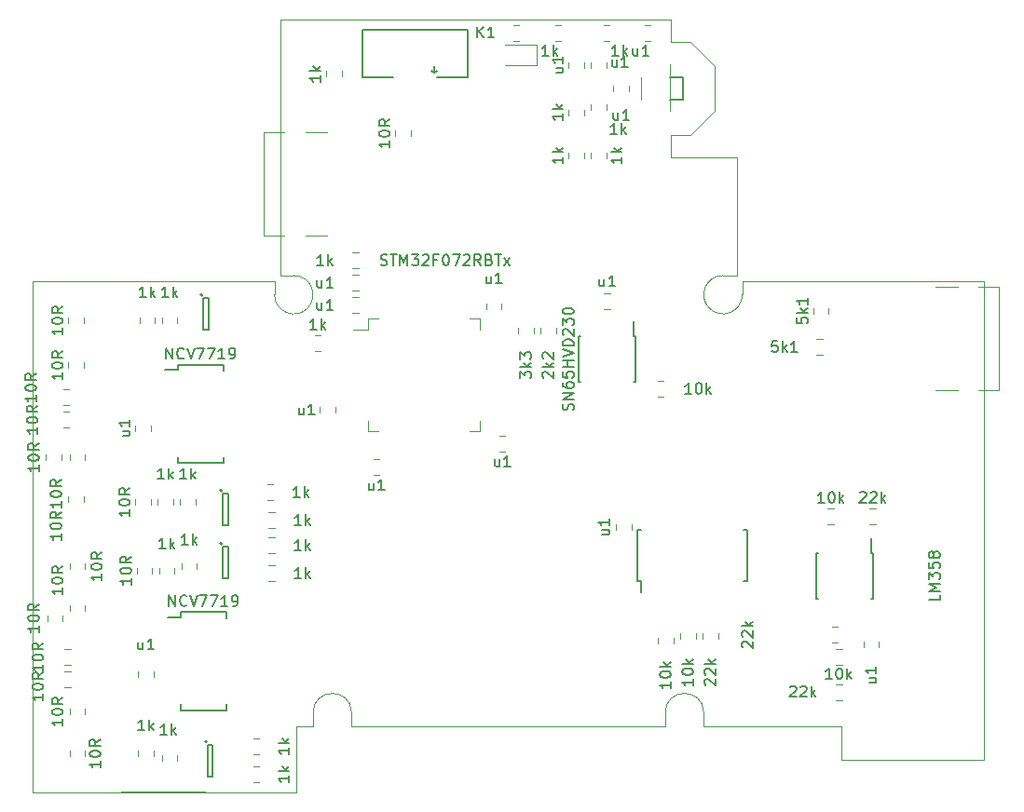
<source format=gbr>
%TF.GenerationSoftware,KiCad,Pcbnew,(5.1.2)-1*%
%TF.CreationDate,2019-11-09T14:12:44+01:00*%
%TF.ProjectId,sensactHsIO,73656e73-6163-4744-9873-494f2e6b6963,rev?*%
%TF.SameCoordinates,Original*%
%TF.FileFunction,Legend,Top*%
%TF.FilePolarity,Positive*%
%FSLAX46Y46*%
G04 Gerber Fmt 4.6, Leading zero omitted, Abs format (unit mm)*
G04 Created by KiCad (PCBNEW (5.1.2)-1) date 2019-11-09 14:12:44*
%MOMM*%
%LPD*%
G04 APERTURE LIST*
%ADD10C,0.050000*%
%ADD11C,0.120000*%
%ADD12C,0.150000*%
G04 APERTURE END LIST*
D10*
X114750000Y-44500000D02*
X114750000Y-46500000D01*
X116500000Y-44500000D02*
X114750000Y-44500000D01*
X118750000Y-42250000D02*
X116500000Y-44500000D01*
X118750000Y-38250000D02*
X118750000Y-42250000D01*
X116500000Y-36000000D02*
X118750000Y-38250000D01*
X114750000Y-36000000D02*
X116500000Y-36000000D01*
X114750000Y-34000000D02*
X114750000Y-36000000D01*
X79250000Y-34000000D02*
X79250000Y-57250000D01*
X80750000Y-104250000D02*
X80750000Y-98250000D01*
X56750000Y-57750000D02*
X56750000Y-104250000D01*
X78750000Y-57750000D02*
X56750000Y-57750000D01*
X114750000Y-34000000D02*
X79250000Y-34000000D01*
X143250000Y-101250000D02*
X143250000Y-57750000D01*
X130250000Y-98250000D02*
X130250000Y-101250000D01*
X143250000Y-57750000D02*
X121250000Y-57750000D01*
X130250000Y-101250000D02*
X143250000Y-101250000D01*
X114250000Y-98250000D02*
X85750000Y-98250000D01*
X80750000Y-104250000D02*
X56750000Y-104250000D01*
X120750000Y-57250000D02*
X120750000Y-46500000D01*
X120750000Y-57250000D02*
X119500000Y-57250000D01*
X120750000Y-46500000D02*
X114750000Y-46500000D01*
X121250000Y-59000000D02*
G75*
G02X119500000Y-57250000I-1750000J0D01*
G01*
X117750000Y-97000000D02*
X117750000Y-98250000D01*
X82250000Y-98250000D02*
X80750000Y-98250000D01*
X82250000Y-97000000D02*
X82250000Y-98250000D01*
X82250000Y-97000000D02*
G75*
G02X85750000Y-97000000I1750000J0D01*
G01*
X85750000Y-97000000D02*
X85750000Y-98250000D01*
X78750000Y-57750000D02*
X78750000Y-59000000D01*
X114250000Y-97000000D02*
G75*
G02X117750000Y-97000000I1750000J0D01*
G01*
X80500000Y-57250000D02*
X79250000Y-57250000D01*
X80500000Y-57250000D02*
G75*
G02X78750000Y-59000000I0J-1750000D01*
G01*
X117750000Y-98250000D02*
X130250000Y-98250000D01*
X121250000Y-59000000D02*
X121250000Y-57750000D01*
X114250000Y-97000000D02*
X114250000Y-98250000D01*
D11*
X64770000Y-104140000D02*
X72390000Y-104140000D01*
X96489000Y-71404000D02*
X97439000Y-71404000D01*
X97439000Y-71404000D02*
X97439000Y-70454000D01*
X88169000Y-71404000D02*
X87219000Y-71404000D01*
X87219000Y-71404000D02*
X87219000Y-70454000D01*
X96489000Y-61184000D02*
X97439000Y-61184000D01*
X97439000Y-61184000D02*
X97439000Y-62134000D01*
X88169000Y-61184000D02*
X87219000Y-61184000D01*
X87219000Y-61184000D02*
X87219000Y-62134000D01*
X87219000Y-62134000D02*
X85879000Y-62134000D01*
D12*
X112063000Y-85002000D02*
X112063000Y-86077000D01*
X121688000Y-85002000D02*
X121688000Y-80352000D01*
X111738000Y-85002000D02*
X111738000Y-80352000D01*
X121688000Y-85002000D02*
X121363000Y-85002000D01*
X121688000Y-80352000D02*
X121363000Y-80352000D01*
X111738000Y-80352000D02*
X112063000Y-80352000D01*
X111738000Y-85002000D02*
X112063000Y-85002000D01*
D11*
X111200000Y-80398252D02*
X111200000Y-79875748D01*
X109780000Y-80398252D02*
X109780000Y-79875748D01*
X117654000Y-89781748D02*
X117654000Y-90304252D01*
X119074000Y-89781748D02*
X119074000Y-90304252D01*
X115622000Y-89781748D02*
X115622000Y-90304252D01*
X117042000Y-89781748D02*
X117042000Y-90304252D01*
X113590000Y-90162748D02*
X113590000Y-90685252D01*
X115010000Y-90162748D02*
X115010000Y-90685252D01*
X129786748Y-95833000D02*
X130309252Y-95833000D01*
X129786748Y-94413000D02*
X130309252Y-94413000D01*
X100890000Y-61968748D02*
X100890000Y-62491252D01*
X102310000Y-61968748D02*
X102310000Y-62491252D01*
D12*
X69934000Y-65850000D02*
X68809000Y-65850000D01*
X69934000Y-74325000D02*
X74084000Y-74325000D01*
X69934000Y-65375000D02*
X74084000Y-65375000D01*
X69934000Y-74325000D02*
X69934000Y-73767500D01*
X74084000Y-74325000D02*
X74084000Y-73767500D01*
X74084000Y-65375000D02*
X74084000Y-65932500D01*
X69934000Y-65375000D02*
X69934000Y-65850000D01*
X93250000Y-38850000D02*
X93000000Y-38650000D01*
X93250000Y-38850000D02*
X93500000Y-38650000D01*
X93250000Y-38850000D02*
X93250000Y-38250000D01*
X96300000Y-39200000D02*
X96300000Y-34900000D01*
X93500000Y-39200000D02*
X96300000Y-39200000D01*
X86700000Y-39200000D02*
X89500000Y-39200000D01*
X86700000Y-34900000D02*
X86700000Y-39200000D01*
X96300000Y-34900000D02*
X86700000Y-34900000D01*
D11*
X84276000Y-69730252D02*
X84276000Y-69207748D01*
X82856000Y-69730252D02*
X82856000Y-69207748D01*
D12*
X74045000Y-77036000D02*
X74045000Y-79936000D01*
X74045000Y-79936000D02*
X74545000Y-79936000D01*
X74545000Y-79936000D02*
X74545000Y-77036000D01*
X74545000Y-77036000D02*
X74045000Y-77036000D01*
X73995000Y-76786000D02*
G75*
G03X73995000Y-76786000I-100000J0D01*
G01*
D11*
X78097748Y-77672000D02*
X78620252Y-77672000D01*
X78097748Y-76252000D02*
X78620252Y-76252000D01*
D12*
X132986000Y-82507000D02*
X132986000Y-81107000D01*
X127981000Y-82507000D02*
X127981000Y-86657000D01*
X133131000Y-82507000D02*
X133131000Y-86657000D01*
X127981000Y-82507000D02*
X128126000Y-82507000D01*
X127981000Y-86657000D02*
X128126000Y-86657000D01*
X133131000Y-86657000D02*
X132986000Y-86657000D01*
X133131000Y-82507000D02*
X132986000Y-82507000D01*
D11*
X133357252Y-78411000D02*
X132834748Y-78411000D01*
X133357252Y-79831000D02*
X132834748Y-79831000D01*
X129547252Y-78411000D02*
X129024748Y-78411000D01*
X129547252Y-79831000D02*
X129024748Y-79831000D01*
X129928252Y-89206000D02*
X129405748Y-89206000D01*
X129928252Y-90626000D02*
X129405748Y-90626000D01*
X130309252Y-91238000D02*
X129786748Y-91238000D01*
X130309252Y-92658000D02*
X129786748Y-92658000D01*
X132259000Y-90543748D02*
X132259000Y-91066252D01*
X133679000Y-90543748D02*
X133679000Y-91066252D01*
X85835748Y-56590000D02*
X86358252Y-56590000D01*
X85835748Y-55170000D02*
X86358252Y-55170000D01*
X66473000Y-61079748D02*
X66473000Y-61602252D01*
X67893000Y-61079748D02*
X67893000Y-61602252D01*
X71703000Y-83954252D02*
X71703000Y-83431748D01*
X70283000Y-83954252D02*
X70283000Y-83431748D01*
D12*
X72267000Y-59256000D02*
X72267000Y-62156000D01*
X72267000Y-62156000D02*
X72767000Y-62156000D01*
X72767000Y-62156000D02*
X72767000Y-59256000D01*
X72767000Y-59256000D02*
X72267000Y-59256000D01*
X72217000Y-59006000D02*
G75*
G03X72217000Y-59006000I-100000J0D01*
G01*
D11*
X60078252Y-69648000D02*
X59555748Y-69648000D01*
X60078252Y-71068000D02*
X59555748Y-71068000D01*
X60078252Y-67616000D02*
X59555748Y-67616000D01*
X60078252Y-69036000D02*
X59555748Y-69036000D01*
X82938252Y-62663000D02*
X82415748Y-62663000D01*
X82938252Y-64083000D02*
X82415748Y-64083000D01*
X69925000Y-61602252D02*
X69925000Y-61079748D01*
X68505000Y-61602252D02*
X68505000Y-61079748D01*
X59996000Y-61079748D02*
X59996000Y-61602252D01*
X61416000Y-61079748D02*
X61416000Y-61602252D01*
X59996000Y-65143748D02*
X59996000Y-65666252D01*
X61416000Y-65143748D02*
X61416000Y-65666252D01*
X60123000Y-73525748D02*
X60123000Y-74048252D01*
X61543000Y-73525748D02*
X61543000Y-74048252D01*
X57964000Y-73525748D02*
X57964000Y-74048252D01*
X59384000Y-73525748D02*
X59384000Y-74048252D01*
X78747252Y-78792000D02*
X78224748Y-78792000D01*
X78747252Y-80212000D02*
X78224748Y-80212000D01*
X71576000Y-78112252D02*
X71576000Y-77589748D01*
X70156000Y-78112252D02*
X70156000Y-77589748D01*
X68124000Y-77598748D02*
X68124000Y-78121252D01*
X69544000Y-77598748D02*
X69544000Y-78121252D01*
X61416000Y-77858252D02*
X61416000Y-77335748D01*
X59996000Y-77858252D02*
X59996000Y-77335748D01*
X67512000Y-78112252D02*
X67512000Y-77589748D01*
X66092000Y-78112252D02*
X66092000Y-77589748D01*
X68251000Y-83812748D02*
X68251000Y-84335252D01*
X69671000Y-83812748D02*
X69671000Y-84335252D01*
X61543000Y-97162252D02*
X61543000Y-96639748D01*
X60123000Y-97162252D02*
X60123000Y-96639748D01*
X59511000Y-88653252D02*
X59511000Y-88130748D01*
X58091000Y-88653252D02*
X58091000Y-88130748D01*
X66346000Y-100449748D02*
X66346000Y-100972252D01*
X67766000Y-100449748D02*
X67766000Y-100972252D01*
X69925000Y-101353252D02*
X69925000Y-100830748D01*
X68505000Y-101353252D02*
X68505000Y-100830748D01*
X66219000Y-83812748D02*
X66219000Y-84335252D01*
X67639000Y-83812748D02*
X67639000Y-84335252D01*
D12*
X74045000Y-81862000D02*
X74045000Y-84762000D01*
X74045000Y-84762000D02*
X74545000Y-84762000D01*
X74545000Y-84762000D02*
X74545000Y-81862000D01*
X74545000Y-81862000D02*
X74045000Y-81862000D01*
X73995000Y-81612000D02*
G75*
G03X73995000Y-81612000I-100000J0D01*
G01*
D11*
X61543000Y-87764252D02*
X61543000Y-87241748D01*
X60123000Y-87764252D02*
X60123000Y-87241748D01*
X78224748Y-82498000D02*
X78747252Y-82498000D01*
X78224748Y-81078000D02*
X78747252Y-81078000D01*
X78747252Y-83618000D02*
X78224748Y-83618000D01*
X78747252Y-85038000D02*
X78224748Y-85038000D01*
X60123000Y-83431748D02*
X60123000Y-83954252D01*
X61543000Y-83431748D02*
X61543000Y-83954252D01*
D12*
X72648000Y-99896000D02*
X72648000Y-102796000D01*
X72648000Y-102796000D02*
X73148000Y-102796000D01*
X73148000Y-102796000D02*
X73148000Y-99896000D01*
X73148000Y-99896000D02*
X72648000Y-99896000D01*
X72598000Y-99646000D02*
G75*
G03X72598000Y-99646000I-100000J0D01*
G01*
X70188000Y-88329000D02*
X69063000Y-88329000D01*
X70188000Y-96804000D02*
X74338000Y-96804000D01*
X70188000Y-87854000D02*
X74338000Y-87854000D01*
X70188000Y-96804000D02*
X70188000Y-96246500D01*
X74338000Y-96804000D02*
X74338000Y-96246500D01*
X74338000Y-87854000D02*
X74338000Y-88411500D01*
X70188000Y-87854000D02*
X70188000Y-88329000D01*
D11*
X60205252Y-93270000D02*
X59682748Y-93270000D01*
X60205252Y-94690000D02*
X59682748Y-94690000D01*
X60205252Y-91238000D02*
X59682748Y-91238000D01*
X60205252Y-92658000D02*
X59682748Y-92658000D01*
X76827748Y-100786000D02*
X77350252Y-100786000D01*
X76827748Y-99366000D02*
X77350252Y-99366000D01*
X77350252Y-101906000D02*
X76827748Y-101906000D01*
X77350252Y-103326000D02*
X76827748Y-103326000D01*
X61543000Y-100972252D02*
X61543000Y-100449748D01*
X60123000Y-100972252D02*
X60123000Y-100449748D01*
X66346000Y-93210748D02*
X66346000Y-93733252D01*
X67766000Y-93210748D02*
X67766000Y-93733252D01*
X66092000Y-70858748D02*
X66092000Y-71381252D01*
X67512000Y-70858748D02*
X67512000Y-71381252D01*
X99179748Y-73227000D02*
X99702252Y-73227000D01*
X99179748Y-71807000D02*
X99702252Y-71807000D01*
X89714000Y-44061748D02*
X89714000Y-44584252D01*
X91134000Y-44061748D02*
X91134000Y-44584252D01*
X99389000Y-60332252D02*
X99389000Y-59809748D01*
X97969000Y-60332252D02*
X97969000Y-59809748D01*
D12*
X115892000Y-41259000D02*
X114692000Y-41259000D01*
X115892000Y-39259000D02*
X115892000Y-41259000D01*
X114692000Y-39259000D02*
X115892000Y-39259000D01*
D11*
X112092000Y-41259000D02*
X112092000Y-39259000D01*
X114692000Y-38059000D02*
X114692000Y-42259000D01*
X86367252Y-59234000D02*
X85844748Y-59234000D01*
X86367252Y-60654000D02*
X85844748Y-60654000D01*
D12*
X111396000Y-62774000D02*
X111396000Y-61374000D01*
X106391000Y-62774000D02*
X106391000Y-66924000D01*
X111541000Y-62774000D02*
X111541000Y-66924000D01*
X106391000Y-62774000D02*
X106536000Y-62774000D01*
X106391000Y-66924000D02*
X106536000Y-66924000D01*
X111541000Y-66924000D02*
X111396000Y-66924000D01*
X111541000Y-62774000D02*
X111396000Y-62774000D01*
D11*
X113539748Y-68274000D02*
X114062252Y-68274000D01*
X113539748Y-66854000D02*
X114062252Y-66854000D01*
X108704748Y-60273000D02*
X109227252Y-60273000D01*
X108704748Y-58853000D02*
X109227252Y-58853000D01*
X77761000Y-44195000D02*
X77761000Y-53595000D01*
X83561000Y-53595000D02*
X81561000Y-53595000D01*
X79661000Y-53595000D02*
X77761000Y-53595000D01*
X83561000Y-44195000D02*
X81561000Y-44195000D01*
X79661000Y-44195000D02*
X77761000Y-44195000D01*
X108914000Y-46616252D02*
X108914000Y-46093748D01*
X107494000Y-46616252D02*
X107494000Y-46093748D01*
X109526000Y-40006748D02*
X109526000Y-40529252D01*
X110946000Y-40006748D02*
X110946000Y-40529252D01*
X107494000Y-37838748D02*
X107494000Y-38361252D01*
X108914000Y-37838748D02*
X108914000Y-38361252D01*
X86367252Y-57202000D02*
X85844748Y-57202000D01*
X86367252Y-58622000D02*
X85844748Y-58622000D01*
X102562000Y-36251000D02*
X99702000Y-36251000D01*
X102562000Y-38171000D02*
X102562000Y-36251000D01*
X99702000Y-38171000D02*
X102562000Y-38171000D01*
X105462000Y-42156748D02*
X105462000Y-42679252D01*
X106882000Y-42156748D02*
X106882000Y-42679252D01*
X108641248Y-35889000D02*
X109163752Y-35889000D01*
X108641248Y-34469000D02*
X109163752Y-34469000D01*
X83427500Y-38664248D02*
X83427500Y-39186752D01*
X84847500Y-38664248D02*
X84847500Y-39186752D01*
X102922000Y-61968748D02*
X102922000Y-62491252D01*
X104342000Y-61968748D02*
X104342000Y-62491252D01*
X106882000Y-46616252D02*
X106882000Y-46093748D01*
X105462000Y-46616252D02*
X105462000Y-46093748D01*
X104782252Y-34469000D02*
X104259748Y-34469000D01*
X104782252Y-35889000D02*
X104259748Y-35889000D01*
X108914000Y-42171252D02*
X108914000Y-41648748D01*
X107494000Y-42171252D02*
X107494000Y-41648748D01*
X127687000Y-60199748D02*
X127687000Y-60722252D01*
X129107000Y-60199748D02*
X129107000Y-60722252D01*
X128008748Y-64464000D02*
X128531252Y-64464000D01*
X128008748Y-63044000D02*
X128531252Y-63044000D01*
X100972252Y-34469000D02*
X100449748Y-34469000D01*
X100972252Y-35889000D02*
X100449748Y-35889000D01*
X144600000Y-67700000D02*
X144600000Y-58300000D01*
X138800000Y-58300000D02*
X140800000Y-58300000D01*
X142700000Y-58300000D02*
X144600000Y-58300000D01*
X138800000Y-67700000D02*
X140800000Y-67700000D01*
X142700000Y-67700000D02*
X144600000Y-67700000D01*
X106882000Y-38361252D02*
X106882000Y-37838748D01*
X105462000Y-38361252D02*
X105462000Y-37838748D01*
X112396748Y-35889000D02*
X112919252Y-35889000D01*
X112396748Y-34469000D02*
X112919252Y-34469000D01*
X88272252Y-73966000D02*
X87749748Y-73966000D01*
X88272252Y-75386000D02*
X87749748Y-75386000D01*
D12*
X88400666Y-56284761D02*
X88543523Y-56332380D01*
X88781619Y-56332380D01*
X88876857Y-56284761D01*
X88924476Y-56237142D01*
X88972095Y-56141904D01*
X88972095Y-56046666D01*
X88924476Y-55951428D01*
X88876857Y-55903809D01*
X88781619Y-55856190D01*
X88591142Y-55808571D01*
X88495904Y-55760952D01*
X88448285Y-55713333D01*
X88400666Y-55618095D01*
X88400666Y-55522857D01*
X88448285Y-55427619D01*
X88495904Y-55380000D01*
X88591142Y-55332380D01*
X88829238Y-55332380D01*
X88972095Y-55380000D01*
X89257809Y-55332380D02*
X89829238Y-55332380D01*
X89543523Y-56332380D02*
X89543523Y-55332380D01*
X90162571Y-56332380D02*
X90162571Y-55332380D01*
X90495904Y-56046666D01*
X90829238Y-55332380D01*
X90829238Y-56332380D01*
X91210190Y-55332380D02*
X91829238Y-55332380D01*
X91495904Y-55713333D01*
X91638761Y-55713333D01*
X91734000Y-55760952D01*
X91781619Y-55808571D01*
X91829238Y-55903809D01*
X91829238Y-56141904D01*
X91781619Y-56237142D01*
X91734000Y-56284761D01*
X91638761Y-56332380D01*
X91353047Y-56332380D01*
X91257809Y-56284761D01*
X91210190Y-56237142D01*
X92210190Y-55427619D02*
X92257809Y-55380000D01*
X92353047Y-55332380D01*
X92591142Y-55332380D01*
X92686380Y-55380000D01*
X92734000Y-55427619D01*
X92781619Y-55522857D01*
X92781619Y-55618095D01*
X92734000Y-55760952D01*
X92162571Y-56332380D01*
X92781619Y-56332380D01*
X93543523Y-55808571D02*
X93210190Y-55808571D01*
X93210190Y-56332380D02*
X93210190Y-55332380D01*
X93686380Y-55332380D01*
X94257809Y-55332380D02*
X94353047Y-55332380D01*
X94448285Y-55380000D01*
X94495904Y-55427619D01*
X94543523Y-55522857D01*
X94591142Y-55713333D01*
X94591142Y-55951428D01*
X94543523Y-56141904D01*
X94495904Y-56237142D01*
X94448285Y-56284761D01*
X94353047Y-56332380D01*
X94257809Y-56332380D01*
X94162571Y-56284761D01*
X94114952Y-56237142D01*
X94067333Y-56141904D01*
X94019714Y-55951428D01*
X94019714Y-55713333D01*
X94067333Y-55522857D01*
X94114952Y-55427619D01*
X94162571Y-55380000D01*
X94257809Y-55332380D01*
X94924476Y-55332380D02*
X95591142Y-55332380D01*
X95162571Y-56332380D01*
X95924476Y-55427619D02*
X95972095Y-55380000D01*
X96067333Y-55332380D01*
X96305428Y-55332380D01*
X96400666Y-55380000D01*
X96448285Y-55427619D01*
X96495904Y-55522857D01*
X96495904Y-55618095D01*
X96448285Y-55760952D01*
X95876857Y-56332380D01*
X96495904Y-56332380D01*
X97495904Y-56332380D02*
X97162571Y-55856190D01*
X96924476Y-56332380D02*
X96924476Y-55332380D01*
X97305428Y-55332380D01*
X97400666Y-55380000D01*
X97448285Y-55427619D01*
X97495904Y-55522857D01*
X97495904Y-55665714D01*
X97448285Y-55760952D01*
X97400666Y-55808571D01*
X97305428Y-55856190D01*
X96924476Y-55856190D01*
X98257809Y-55808571D02*
X98400666Y-55856190D01*
X98448285Y-55903809D01*
X98495904Y-55999047D01*
X98495904Y-56141904D01*
X98448285Y-56237142D01*
X98400666Y-56284761D01*
X98305428Y-56332380D01*
X97924476Y-56332380D01*
X97924476Y-55332380D01*
X98257809Y-55332380D01*
X98353047Y-55380000D01*
X98400666Y-55427619D01*
X98448285Y-55522857D01*
X98448285Y-55618095D01*
X98400666Y-55713333D01*
X98353047Y-55760952D01*
X98257809Y-55808571D01*
X97924476Y-55808571D01*
X98781619Y-55332380D02*
X99353047Y-55332380D01*
X99067333Y-56332380D02*
X99067333Y-55332380D01*
X99591142Y-56332380D02*
X100114952Y-55665714D01*
X99591142Y-55665714D02*
X100114952Y-56332380D01*
X108497714Y-80398904D02*
X109164380Y-80398904D01*
X108497714Y-80827476D02*
X109021523Y-80827476D01*
X109116761Y-80779857D01*
X109164380Y-80684619D01*
X109164380Y-80541761D01*
X109116761Y-80446523D01*
X109069142Y-80398904D01*
X109164380Y-79398904D02*
X109164380Y-79970333D01*
X109164380Y-79684619D02*
X108164380Y-79684619D01*
X108307238Y-79779857D01*
X108402476Y-79875095D01*
X108450095Y-79970333D01*
X117911619Y-94511666D02*
X117864000Y-94464047D01*
X117816380Y-94368809D01*
X117816380Y-94130714D01*
X117864000Y-94035476D01*
X117911619Y-93987857D01*
X118006857Y-93940238D01*
X118102095Y-93940238D01*
X118244952Y-93987857D01*
X118816380Y-94559285D01*
X118816380Y-93940238D01*
X117911619Y-93559285D02*
X117864000Y-93511666D01*
X117816380Y-93416428D01*
X117816380Y-93178333D01*
X117864000Y-93083095D01*
X117911619Y-93035476D01*
X118006857Y-92987857D01*
X118102095Y-92987857D01*
X118244952Y-93035476D01*
X118816380Y-93606904D01*
X118816380Y-92987857D01*
X118816380Y-92559285D02*
X117816380Y-92559285D01*
X118435428Y-92464047D02*
X118816380Y-92178333D01*
X118149714Y-92178333D02*
X118530666Y-92559285D01*
X116784380Y-93940238D02*
X116784380Y-94511666D01*
X116784380Y-94225952D02*
X115784380Y-94225952D01*
X115927238Y-94321190D01*
X116022476Y-94416428D01*
X116070095Y-94511666D01*
X115784380Y-93321190D02*
X115784380Y-93225952D01*
X115832000Y-93130714D01*
X115879619Y-93083095D01*
X115974857Y-93035476D01*
X116165333Y-92987857D01*
X116403428Y-92987857D01*
X116593904Y-93035476D01*
X116689142Y-93083095D01*
X116736761Y-93130714D01*
X116784380Y-93225952D01*
X116784380Y-93321190D01*
X116736761Y-93416428D01*
X116689142Y-93464047D01*
X116593904Y-93511666D01*
X116403428Y-93559285D01*
X116165333Y-93559285D01*
X115974857Y-93511666D01*
X115879619Y-93464047D01*
X115832000Y-93416428D01*
X115784380Y-93321190D01*
X116784380Y-92559285D02*
X115784380Y-92559285D01*
X116403428Y-92464047D02*
X116784380Y-92178333D01*
X116117714Y-92178333D02*
X116498666Y-92559285D01*
X114752380Y-94194238D02*
X114752380Y-94765666D01*
X114752380Y-94479952D02*
X113752380Y-94479952D01*
X113895238Y-94575190D01*
X113990476Y-94670428D01*
X114038095Y-94765666D01*
X113752380Y-93575190D02*
X113752380Y-93479952D01*
X113800000Y-93384714D01*
X113847619Y-93337095D01*
X113942857Y-93289476D01*
X114133333Y-93241857D01*
X114371428Y-93241857D01*
X114561904Y-93289476D01*
X114657142Y-93337095D01*
X114704761Y-93384714D01*
X114752380Y-93479952D01*
X114752380Y-93575190D01*
X114704761Y-93670428D01*
X114657142Y-93718047D01*
X114561904Y-93765666D01*
X114371428Y-93813285D01*
X114133333Y-93813285D01*
X113942857Y-93765666D01*
X113847619Y-93718047D01*
X113800000Y-93670428D01*
X113752380Y-93575190D01*
X114752380Y-92813285D02*
X113752380Y-92813285D01*
X114371428Y-92718047D02*
X114752380Y-92432333D01*
X114085714Y-92432333D02*
X114466666Y-92813285D01*
X125579333Y-94670619D02*
X125626952Y-94623000D01*
X125722190Y-94575380D01*
X125960285Y-94575380D01*
X126055523Y-94623000D01*
X126103142Y-94670619D01*
X126150761Y-94765857D01*
X126150761Y-94861095D01*
X126103142Y-95003952D01*
X125531714Y-95575380D01*
X126150761Y-95575380D01*
X126531714Y-94670619D02*
X126579333Y-94623000D01*
X126674571Y-94575380D01*
X126912666Y-94575380D01*
X127007904Y-94623000D01*
X127055523Y-94670619D01*
X127103142Y-94765857D01*
X127103142Y-94861095D01*
X127055523Y-95003952D01*
X126484095Y-95575380D01*
X127103142Y-95575380D01*
X127531714Y-95575380D02*
X127531714Y-94575380D01*
X127626952Y-95194428D02*
X127912666Y-95575380D01*
X127912666Y-94908714D02*
X127531714Y-95289666D01*
X101052380Y-66619285D02*
X101052380Y-66000238D01*
X101433333Y-66333571D01*
X101433333Y-66190714D01*
X101480952Y-66095476D01*
X101528571Y-66047857D01*
X101623809Y-66000238D01*
X101861904Y-66000238D01*
X101957142Y-66047857D01*
X102004761Y-66095476D01*
X102052380Y-66190714D01*
X102052380Y-66476428D01*
X102004761Y-66571666D01*
X101957142Y-66619285D01*
X102052380Y-65571666D02*
X101052380Y-65571666D01*
X101671428Y-65476428D02*
X102052380Y-65190714D01*
X101385714Y-65190714D02*
X101766666Y-65571666D01*
X101052380Y-64857380D02*
X101052380Y-64238333D01*
X101433333Y-64571666D01*
X101433333Y-64428809D01*
X101480952Y-64333571D01*
X101528571Y-64285952D01*
X101623809Y-64238333D01*
X101861904Y-64238333D01*
X101957142Y-64285952D01*
X102004761Y-64333571D01*
X102052380Y-64428809D01*
X102052380Y-64714523D01*
X102004761Y-64809761D01*
X101957142Y-64857380D01*
X68889952Y-64841380D02*
X68889952Y-63841380D01*
X69461380Y-64841380D01*
X69461380Y-63841380D01*
X70509000Y-64746142D02*
X70461380Y-64793761D01*
X70318523Y-64841380D01*
X70223285Y-64841380D01*
X70080428Y-64793761D01*
X69985190Y-64698523D01*
X69937571Y-64603285D01*
X69889952Y-64412809D01*
X69889952Y-64269952D01*
X69937571Y-64079476D01*
X69985190Y-63984238D01*
X70080428Y-63889000D01*
X70223285Y-63841380D01*
X70318523Y-63841380D01*
X70461380Y-63889000D01*
X70509000Y-63936619D01*
X70794714Y-63841380D02*
X71128047Y-64841380D01*
X71461380Y-63841380D01*
X71699476Y-63841380D02*
X72366142Y-63841380D01*
X71937571Y-64841380D01*
X72651857Y-63841380D02*
X73318523Y-63841380D01*
X72889952Y-64841380D01*
X74223285Y-64841380D02*
X73651857Y-64841380D01*
X73937571Y-64841380D02*
X73937571Y-63841380D01*
X73842333Y-63984238D01*
X73747095Y-64079476D01*
X73651857Y-64127095D01*
X74699476Y-64841380D02*
X74889952Y-64841380D01*
X74985190Y-64793761D01*
X75032809Y-64746142D01*
X75128047Y-64603285D01*
X75175666Y-64412809D01*
X75175666Y-64031857D01*
X75128047Y-63936619D01*
X75080428Y-63889000D01*
X74985190Y-63841380D01*
X74794714Y-63841380D01*
X74699476Y-63889000D01*
X74651857Y-63936619D01*
X74604238Y-64031857D01*
X74604238Y-64269952D01*
X74651857Y-64365190D01*
X74699476Y-64412809D01*
X74794714Y-64460428D01*
X74985190Y-64460428D01*
X75080428Y-64412809D01*
X75128047Y-64365190D01*
X75175666Y-64269952D01*
X81399095Y-69254714D02*
X81399095Y-69921380D01*
X80970523Y-69254714D02*
X80970523Y-69778523D01*
X81018142Y-69873761D01*
X81113380Y-69921380D01*
X81256238Y-69921380D01*
X81351476Y-69873761D01*
X81399095Y-69826142D01*
X82399095Y-69921380D02*
X81827666Y-69921380D01*
X82113380Y-69921380D02*
X82113380Y-68921380D01*
X82018142Y-69064238D01*
X81922904Y-69159476D01*
X81827666Y-69207095D01*
X81033952Y-77414380D02*
X80462523Y-77414380D01*
X80748238Y-77414380D02*
X80748238Y-76414380D01*
X80653000Y-76557238D01*
X80557761Y-76652476D01*
X80462523Y-76700095D01*
X81462523Y-77414380D02*
X81462523Y-76414380D01*
X81557761Y-77033428D02*
X81843476Y-77414380D01*
X81843476Y-76747714D02*
X81462523Y-77128666D01*
X139202380Y-86272476D02*
X139202380Y-86748666D01*
X138202380Y-86748666D01*
X139202380Y-85939142D02*
X138202380Y-85939142D01*
X138916666Y-85605809D01*
X138202380Y-85272476D01*
X139202380Y-85272476D01*
X138202380Y-84891523D02*
X138202380Y-84272476D01*
X138583333Y-84605809D01*
X138583333Y-84462952D01*
X138630952Y-84367714D01*
X138678571Y-84320095D01*
X138773809Y-84272476D01*
X139011904Y-84272476D01*
X139107142Y-84320095D01*
X139154761Y-84367714D01*
X139202380Y-84462952D01*
X139202380Y-84748666D01*
X139154761Y-84843904D01*
X139107142Y-84891523D01*
X138202380Y-83367714D02*
X138202380Y-83843904D01*
X138678571Y-83891523D01*
X138630952Y-83843904D01*
X138583333Y-83748666D01*
X138583333Y-83510571D01*
X138630952Y-83415333D01*
X138678571Y-83367714D01*
X138773809Y-83320095D01*
X139011904Y-83320095D01*
X139107142Y-83367714D01*
X139154761Y-83415333D01*
X139202380Y-83510571D01*
X139202380Y-83748666D01*
X139154761Y-83843904D01*
X139107142Y-83891523D01*
X138630952Y-82748666D02*
X138583333Y-82843904D01*
X138535714Y-82891523D01*
X138440476Y-82939142D01*
X138392857Y-82939142D01*
X138297619Y-82891523D01*
X138250000Y-82843904D01*
X138202380Y-82748666D01*
X138202380Y-82558190D01*
X138250000Y-82462952D01*
X138297619Y-82415333D01*
X138392857Y-82367714D01*
X138440476Y-82367714D01*
X138535714Y-82415333D01*
X138583333Y-82462952D01*
X138630952Y-82558190D01*
X138630952Y-82748666D01*
X138678571Y-82843904D01*
X138726190Y-82891523D01*
X138821428Y-82939142D01*
X139011904Y-82939142D01*
X139107142Y-82891523D01*
X139154761Y-82843904D01*
X139202380Y-82748666D01*
X139202380Y-82558190D01*
X139154761Y-82462952D01*
X139107142Y-82415333D01*
X139011904Y-82367714D01*
X138821428Y-82367714D01*
X138726190Y-82415333D01*
X138678571Y-82462952D01*
X138630952Y-82558190D01*
X131929333Y-77018619D02*
X131976952Y-76971000D01*
X132072190Y-76923380D01*
X132310285Y-76923380D01*
X132405523Y-76971000D01*
X132453142Y-77018619D01*
X132500761Y-77113857D01*
X132500761Y-77209095D01*
X132453142Y-77351952D01*
X131881714Y-77923380D01*
X132500761Y-77923380D01*
X132881714Y-77018619D02*
X132929333Y-76971000D01*
X133024571Y-76923380D01*
X133262666Y-76923380D01*
X133357904Y-76971000D01*
X133405523Y-77018619D01*
X133453142Y-77113857D01*
X133453142Y-77209095D01*
X133405523Y-77351952D01*
X132834095Y-77923380D01*
X133453142Y-77923380D01*
X133881714Y-77923380D02*
X133881714Y-76923380D01*
X133976952Y-77542428D02*
X134262666Y-77923380D01*
X134262666Y-77256714D02*
X133881714Y-77637666D01*
X128690761Y-77923380D02*
X128119333Y-77923380D01*
X128405047Y-77923380D02*
X128405047Y-76923380D01*
X128309809Y-77066238D01*
X128214571Y-77161476D01*
X128119333Y-77209095D01*
X129309809Y-76923380D02*
X129405047Y-76923380D01*
X129500285Y-76971000D01*
X129547904Y-77018619D01*
X129595523Y-77113857D01*
X129643142Y-77304333D01*
X129643142Y-77542428D01*
X129595523Y-77732904D01*
X129547904Y-77828142D01*
X129500285Y-77875761D01*
X129405047Y-77923380D01*
X129309809Y-77923380D01*
X129214571Y-77875761D01*
X129166952Y-77828142D01*
X129119333Y-77732904D01*
X129071714Y-77542428D01*
X129071714Y-77304333D01*
X129119333Y-77113857D01*
X129166952Y-77018619D01*
X129214571Y-76971000D01*
X129309809Y-76923380D01*
X130071714Y-77923380D02*
X130071714Y-76923380D01*
X130166952Y-77542428D02*
X130452666Y-77923380D01*
X130452666Y-77256714D02*
X130071714Y-77637666D01*
X121297619Y-91082666D02*
X121250000Y-91035047D01*
X121202380Y-90939809D01*
X121202380Y-90701714D01*
X121250000Y-90606476D01*
X121297619Y-90558857D01*
X121392857Y-90511238D01*
X121488095Y-90511238D01*
X121630952Y-90558857D01*
X122202380Y-91130285D01*
X122202380Y-90511238D01*
X121297619Y-90130285D02*
X121250000Y-90082666D01*
X121202380Y-89987428D01*
X121202380Y-89749333D01*
X121250000Y-89654095D01*
X121297619Y-89606476D01*
X121392857Y-89558857D01*
X121488095Y-89558857D01*
X121630952Y-89606476D01*
X122202380Y-90177904D01*
X122202380Y-89558857D01*
X122202380Y-89130285D02*
X121202380Y-89130285D01*
X121821428Y-89035047D02*
X122202380Y-88749333D01*
X121535714Y-88749333D02*
X121916666Y-89130285D01*
X129404761Y-93952380D02*
X128833333Y-93952380D01*
X129119047Y-93952380D02*
X129119047Y-92952380D01*
X129023809Y-93095238D01*
X128928571Y-93190476D01*
X128833333Y-93238095D01*
X130023809Y-92952380D02*
X130119047Y-92952380D01*
X130214285Y-93000000D01*
X130261904Y-93047619D01*
X130309523Y-93142857D01*
X130357142Y-93333333D01*
X130357142Y-93571428D01*
X130309523Y-93761904D01*
X130261904Y-93857142D01*
X130214285Y-93904761D01*
X130119047Y-93952380D01*
X130023809Y-93952380D01*
X129928571Y-93904761D01*
X129880952Y-93857142D01*
X129833333Y-93761904D01*
X129785714Y-93571428D01*
X129785714Y-93333333D01*
X129833333Y-93142857D01*
X129880952Y-93047619D01*
X129928571Y-93000000D01*
X130023809Y-92952380D01*
X130785714Y-93952380D02*
X130785714Y-92952380D01*
X130880952Y-93571428D02*
X131166666Y-93952380D01*
X131166666Y-93285714D02*
X130785714Y-93666666D01*
X132754714Y-93860904D02*
X133421380Y-93860904D01*
X132754714Y-94289476D02*
X133278523Y-94289476D01*
X133373761Y-94241857D01*
X133421380Y-94146619D01*
X133421380Y-94003761D01*
X133373761Y-93908523D01*
X133326142Y-93860904D01*
X133421380Y-92860904D02*
X133421380Y-93432333D01*
X133421380Y-93146619D02*
X132421380Y-93146619D01*
X132564238Y-93241857D01*
X132659476Y-93337095D01*
X132707095Y-93432333D01*
X83192952Y-56332380D02*
X82621523Y-56332380D01*
X82907238Y-56332380D02*
X82907238Y-55332380D01*
X82812000Y-55475238D01*
X82716761Y-55570476D01*
X82621523Y-55618095D01*
X83621523Y-56332380D02*
X83621523Y-55332380D01*
X83716761Y-55951428D02*
X84002476Y-56332380D01*
X84002476Y-55665714D02*
X83621523Y-56046666D01*
X67063952Y-59253380D02*
X66492523Y-59253380D01*
X66778238Y-59253380D02*
X66778238Y-58253380D01*
X66683000Y-58396238D01*
X66587761Y-58491476D01*
X66492523Y-58539095D01*
X67492523Y-59253380D02*
X67492523Y-58253380D01*
X67587761Y-58872428D02*
X67873476Y-59253380D01*
X67873476Y-58586714D02*
X67492523Y-58967666D01*
X70873952Y-81732380D02*
X70302523Y-81732380D01*
X70588238Y-81732380D02*
X70588238Y-80732380D01*
X70493000Y-80875238D01*
X70397761Y-80970476D01*
X70302523Y-81018095D01*
X71302523Y-81732380D02*
X71302523Y-80732380D01*
X71397761Y-81351428D02*
X71683476Y-81732380D01*
X71683476Y-81065714D02*
X71302523Y-81446666D01*
X57221380Y-71048476D02*
X57221380Y-71619904D01*
X57221380Y-71334190D02*
X56221380Y-71334190D01*
X56364238Y-71429428D01*
X56459476Y-71524666D01*
X56507095Y-71619904D01*
X56221380Y-70429428D02*
X56221380Y-70334190D01*
X56269000Y-70238952D01*
X56316619Y-70191333D01*
X56411857Y-70143714D01*
X56602333Y-70096095D01*
X56840428Y-70096095D01*
X57030904Y-70143714D01*
X57126142Y-70191333D01*
X57173761Y-70238952D01*
X57221380Y-70334190D01*
X57221380Y-70429428D01*
X57173761Y-70524666D01*
X57126142Y-70572285D01*
X57030904Y-70619904D01*
X56840428Y-70667523D01*
X56602333Y-70667523D01*
X56411857Y-70619904D01*
X56316619Y-70572285D01*
X56269000Y-70524666D01*
X56221380Y-70429428D01*
X57221380Y-69096095D02*
X56745190Y-69429428D01*
X57221380Y-69667523D02*
X56221380Y-69667523D01*
X56221380Y-69286571D01*
X56269000Y-69191333D01*
X56316619Y-69143714D01*
X56411857Y-69096095D01*
X56554714Y-69096095D01*
X56649952Y-69143714D01*
X56697571Y-69191333D01*
X56745190Y-69286571D01*
X56745190Y-69667523D01*
X57094380Y-68127476D02*
X57094380Y-68698904D01*
X57094380Y-68413190D02*
X56094380Y-68413190D01*
X56237238Y-68508428D01*
X56332476Y-68603666D01*
X56380095Y-68698904D01*
X56094380Y-67508428D02*
X56094380Y-67413190D01*
X56142000Y-67317952D01*
X56189619Y-67270333D01*
X56284857Y-67222714D01*
X56475333Y-67175095D01*
X56713428Y-67175095D01*
X56903904Y-67222714D01*
X56999142Y-67270333D01*
X57046761Y-67317952D01*
X57094380Y-67413190D01*
X57094380Y-67508428D01*
X57046761Y-67603666D01*
X56999142Y-67651285D01*
X56903904Y-67698904D01*
X56713428Y-67746523D01*
X56475333Y-67746523D01*
X56284857Y-67698904D01*
X56189619Y-67651285D01*
X56142000Y-67603666D01*
X56094380Y-67508428D01*
X57094380Y-66175095D02*
X56618190Y-66508428D01*
X57094380Y-66746523D02*
X56094380Y-66746523D01*
X56094380Y-66365571D01*
X56142000Y-66270333D01*
X56189619Y-66222714D01*
X56284857Y-66175095D01*
X56427714Y-66175095D01*
X56522952Y-66222714D01*
X56570571Y-66270333D01*
X56618190Y-66365571D01*
X56618190Y-66746523D01*
X82557952Y-62175380D02*
X81986523Y-62175380D01*
X82272238Y-62175380D02*
X82272238Y-61175380D01*
X82177000Y-61318238D01*
X82081761Y-61413476D01*
X81986523Y-61461095D01*
X82986523Y-62175380D02*
X82986523Y-61175380D01*
X83081761Y-61794428D02*
X83367476Y-62175380D01*
X83367476Y-61508714D02*
X82986523Y-61889666D01*
X69095952Y-59253380D02*
X68524523Y-59253380D01*
X68810238Y-59253380D02*
X68810238Y-58253380D01*
X68715000Y-58396238D01*
X68619761Y-58491476D01*
X68524523Y-58539095D01*
X69524523Y-59253380D02*
X69524523Y-58253380D01*
X69619761Y-58872428D02*
X69905476Y-59253380D01*
X69905476Y-58586714D02*
X69524523Y-58967666D01*
X59508380Y-62031476D02*
X59508380Y-62602904D01*
X59508380Y-62317190D02*
X58508380Y-62317190D01*
X58651238Y-62412428D01*
X58746476Y-62507666D01*
X58794095Y-62602904D01*
X58508380Y-61412428D02*
X58508380Y-61317190D01*
X58556000Y-61221952D01*
X58603619Y-61174333D01*
X58698857Y-61126714D01*
X58889333Y-61079095D01*
X59127428Y-61079095D01*
X59317904Y-61126714D01*
X59413142Y-61174333D01*
X59460761Y-61221952D01*
X59508380Y-61317190D01*
X59508380Y-61412428D01*
X59460761Y-61507666D01*
X59413142Y-61555285D01*
X59317904Y-61602904D01*
X59127428Y-61650523D01*
X58889333Y-61650523D01*
X58698857Y-61602904D01*
X58603619Y-61555285D01*
X58556000Y-61507666D01*
X58508380Y-61412428D01*
X59508380Y-60079095D02*
X59032190Y-60412428D01*
X59508380Y-60650523D02*
X58508380Y-60650523D01*
X58508380Y-60269571D01*
X58556000Y-60174333D01*
X58603619Y-60126714D01*
X58698857Y-60079095D01*
X58841714Y-60079095D01*
X58936952Y-60126714D01*
X58984571Y-60174333D01*
X59032190Y-60269571D01*
X59032190Y-60650523D01*
X59508380Y-66095476D02*
X59508380Y-66666904D01*
X59508380Y-66381190D02*
X58508380Y-66381190D01*
X58651238Y-66476428D01*
X58746476Y-66571666D01*
X58794095Y-66666904D01*
X58508380Y-65476428D02*
X58508380Y-65381190D01*
X58556000Y-65285952D01*
X58603619Y-65238333D01*
X58698857Y-65190714D01*
X58889333Y-65143095D01*
X59127428Y-65143095D01*
X59317904Y-65190714D01*
X59413142Y-65238333D01*
X59460761Y-65285952D01*
X59508380Y-65381190D01*
X59508380Y-65476428D01*
X59460761Y-65571666D01*
X59413142Y-65619285D01*
X59317904Y-65666904D01*
X59127428Y-65714523D01*
X58889333Y-65714523D01*
X58698857Y-65666904D01*
X58603619Y-65619285D01*
X58556000Y-65571666D01*
X58508380Y-65476428D01*
X59508380Y-64143095D02*
X59032190Y-64476428D01*
X59508380Y-64714523D02*
X58508380Y-64714523D01*
X58508380Y-64333571D01*
X58556000Y-64238333D01*
X58603619Y-64190714D01*
X58698857Y-64143095D01*
X58841714Y-64143095D01*
X58936952Y-64190714D01*
X58984571Y-64238333D01*
X59032190Y-64333571D01*
X59032190Y-64714523D01*
X59380380Y-77779476D02*
X59380380Y-78350904D01*
X59380380Y-78065190D02*
X58380380Y-78065190D01*
X58523238Y-78160428D01*
X58618476Y-78255666D01*
X58666095Y-78350904D01*
X58380380Y-77160428D02*
X58380380Y-77065190D01*
X58428000Y-76969952D01*
X58475619Y-76922333D01*
X58570857Y-76874714D01*
X58761333Y-76827095D01*
X58999428Y-76827095D01*
X59189904Y-76874714D01*
X59285142Y-76922333D01*
X59332761Y-76969952D01*
X59380380Y-77065190D01*
X59380380Y-77160428D01*
X59332761Y-77255666D01*
X59285142Y-77303285D01*
X59189904Y-77350904D01*
X58999428Y-77398523D01*
X58761333Y-77398523D01*
X58570857Y-77350904D01*
X58475619Y-77303285D01*
X58428000Y-77255666D01*
X58380380Y-77160428D01*
X59380380Y-75827095D02*
X58904190Y-76160428D01*
X59380380Y-76398523D02*
X58380380Y-76398523D01*
X58380380Y-76017571D01*
X58428000Y-75922333D01*
X58475619Y-75874714D01*
X58570857Y-75827095D01*
X58713714Y-75827095D01*
X58808952Y-75874714D01*
X58856571Y-75922333D01*
X58904190Y-76017571D01*
X58904190Y-76398523D01*
X57348380Y-74477476D02*
X57348380Y-75048904D01*
X57348380Y-74763190D02*
X56348380Y-74763190D01*
X56491238Y-74858428D01*
X56586476Y-74953666D01*
X56634095Y-75048904D01*
X56348380Y-73858428D02*
X56348380Y-73763190D01*
X56396000Y-73667952D01*
X56443619Y-73620333D01*
X56538857Y-73572714D01*
X56729333Y-73525095D01*
X56967428Y-73525095D01*
X57157904Y-73572714D01*
X57253142Y-73620333D01*
X57300761Y-73667952D01*
X57348380Y-73763190D01*
X57348380Y-73858428D01*
X57300761Y-73953666D01*
X57253142Y-74001285D01*
X57157904Y-74048904D01*
X56967428Y-74096523D01*
X56729333Y-74096523D01*
X56538857Y-74048904D01*
X56443619Y-74001285D01*
X56396000Y-73953666D01*
X56348380Y-73858428D01*
X57348380Y-72525095D02*
X56872190Y-72858428D01*
X57348380Y-73096523D02*
X56348380Y-73096523D01*
X56348380Y-72715571D01*
X56396000Y-72620333D01*
X56443619Y-72572714D01*
X56538857Y-72525095D01*
X56681714Y-72525095D01*
X56776952Y-72572714D01*
X56824571Y-72620333D01*
X56872190Y-72715571D01*
X56872190Y-73096523D01*
X81160952Y-79954380D02*
X80589523Y-79954380D01*
X80875238Y-79954380D02*
X80875238Y-78954380D01*
X80780000Y-79097238D01*
X80684761Y-79192476D01*
X80589523Y-79240095D01*
X81589523Y-79954380D02*
X81589523Y-78954380D01*
X81684761Y-79573428D02*
X81970476Y-79954380D01*
X81970476Y-79287714D02*
X81589523Y-79668666D01*
X70746952Y-75763380D02*
X70175523Y-75763380D01*
X70461238Y-75763380D02*
X70461238Y-74763380D01*
X70366000Y-74906238D01*
X70270761Y-75001476D01*
X70175523Y-75049095D01*
X71175523Y-75763380D02*
X71175523Y-74763380D01*
X71270761Y-75382428D02*
X71556476Y-75763380D01*
X71556476Y-75096714D02*
X71175523Y-75477666D01*
X68714952Y-75763380D02*
X68143523Y-75763380D01*
X68429238Y-75763380D02*
X68429238Y-74763380D01*
X68334000Y-74906238D01*
X68238761Y-75001476D01*
X68143523Y-75049095D01*
X69143523Y-75763380D02*
X69143523Y-74763380D01*
X69238761Y-75382428D02*
X69524476Y-75763380D01*
X69524476Y-75096714D02*
X69143523Y-75477666D01*
X59380380Y-80700476D02*
X59380380Y-81271904D01*
X59380380Y-80986190D02*
X58380380Y-80986190D01*
X58523238Y-81081428D01*
X58618476Y-81176666D01*
X58666095Y-81271904D01*
X58380380Y-80081428D02*
X58380380Y-79986190D01*
X58428000Y-79890952D01*
X58475619Y-79843333D01*
X58570857Y-79795714D01*
X58761333Y-79748095D01*
X58999428Y-79748095D01*
X59189904Y-79795714D01*
X59285142Y-79843333D01*
X59332761Y-79890952D01*
X59380380Y-79986190D01*
X59380380Y-80081428D01*
X59332761Y-80176666D01*
X59285142Y-80224285D01*
X59189904Y-80271904D01*
X58999428Y-80319523D01*
X58761333Y-80319523D01*
X58570857Y-80271904D01*
X58475619Y-80224285D01*
X58428000Y-80176666D01*
X58380380Y-80081428D01*
X59380380Y-78748095D02*
X58904190Y-79081428D01*
X59380380Y-79319523D02*
X58380380Y-79319523D01*
X58380380Y-78938571D01*
X58428000Y-78843333D01*
X58475619Y-78795714D01*
X58570857Y-78748095D01*
X58713714Y-78748095D01*
X58808952Y-78795714D01*
X58856571Y-78843333D01*
X58904190Y-78938571D01*
X58904190Y-79319523D01*
X65603380Y-78541476D02*
X65603380Y-79112904D01*
X65603380Y-78827190D02*
X64603380Y-78827190D01*
X64746238Y-78922428D01*
X64841476Y-79017666D01*
X64889095Y-79112904D01*
X64603380Y-77922428D02*
X64603380Y-77827190D01*
X64651000Y-77731952D01*
X64698619Y-77684333D01*
X64793857Y-77636714D01*
X64984333Y-77589095D01*
X65222428Y-77589095D01*
X65412904Y-77636714D01*
X65508142Y-77684333D01*
X65555761Y-77731952D01*
X65603380Y-77827190D01*
X65603380Y-77922428D01*
X65555761Y-78017666D01*
X65508142Y-78065285D01*
X65412904Y-78112904D01*
X65222428Y-78160523D01*
X64984333Y-78160523D01*
X64793857Y-78112904D01*
X64698619Y-78065285D01*
X64651000Y-78017666D01*
X64603380Y-77922428D01*
X65603380Y-76589095D02*
X65127190Y-76922428D01*
X65603380Y-77160523D02*
X64603380Y-77160523D01*
X64603380Y-76779571D01*
X64651000Y-76684333D01*
X64698619Y-76636714D01*
X64793857Y-76589095D01*
X64936714Y-76589095D01*
X65031952Y-76636714D01*
X65079571Y-76684333D01*
X65127190Y-76779571D01*
X65127190Y-77160523D01*
X68841952Y-82113380D02*
X68270523Y-82113380D01*
X68556238Y-82113380D02*
X68556238Y-81113380D01*
X68461000Y-81256238D01*
X68365761Y-81351476D01*
X68270523Y-81399095D01*
X69270523Y-82113380D02*
X69270523Y-81113380D01*
X69365761Y-81732428D02*
X69651476Y-82113380D01*
X69651476Y-81446714D02*
X69270523Y-81827666D01*
X59507380Y-97591476D02*
X59507380Y-98162904D01*
X59507380Y-97877190D02*
X58507380Y-97877190D01*
X58650238Y-97972428D01*
X58745476Y-98067666D01*
X58793095Y-98162904D01*
X58507380Y-96972428D02*
X58507380Y-96877190D01*
X58555000Y-96781952D01*
X58602619Y-96734333D01*
X58697857Y-96686714D01*
X58888333Y-96639095D01*
X59126428Y-96639095D01*
X59316904Y-96686714D01*
X59412142Y-96734333D01*
X59459761Y-96781952D01*
X59507380Y-96877190D01*
X59507380Y-96972428D01*
X59459761Y-97067666D01*
X59412142Y-97115285D01*
X59316904Y-97162904D01*
X59126428Y-97210523D01*
X58888333Y-97210523D01*
X58697857Y-97162904D01*
X58602619Y-97115285D01*
X58555000Y-97067666D01*
X58507380Y-96972428D01*
X59507380Y-95639095D02*
X59031190Y-95972428D01*
X59507380Y-96210523D02*
X58507380Y-96210523D01*
X58507380Y-95829571D01*
X58555000Y-95734333D01*
X58602619Y-95686714D01*
X58697857Y-95639095D01*
X58840714Y-95639095D01*
X58935952Y-95686714D01*
X58983571Y-95734333D01*
X59031190Y-95829571D01*
X59031190Y-96210523D01*
X57348380Y-89082476D02*
X57348380Y-89653904D01*
X57348380Y-89368190D02*
X56348380Y-89368190D01*
X56491238Y-89463428D01*
X56586476Y-89558666D01*
X56634095Y-89653904D01*
X56348380Y-88463428D02*
X56348380Y-88368190D01*
X56396000Y-88272952D01*
X56443619Y-88225333D01*
X56538857Y-88177714D01*
X56729333Y-88130095D01*
X56967428Y-88130095D01*
X57157904Y-88177714D01*
X57253142Y-88225333D01*
X57300761Y-88272952D01*
X57348380Y-88368190D01*
X57348380Y-88463428D01*
X57300761Y-88558666D01*
X57253142Y-88606285D01*
X57157904Y-88653904D01*
X56967428Y-88701523D01*
X56729333Y-88701523D01*
X56538857Y-88653904D01*
X56443619Y-88606285D01*
X56396000Y-88558666D01*
X56348380Y-88463428D01*
X57348380Y-87130095D02*
X56872190Y-87463428D01*
X57348380Y-87701523D02*
X56348380Y-87701523D01*
X56348380Y-87320571D01*
X56396000Y-87225333D01*
X56443619Y-87177714D01*
X56538857Y-87130095D01*
X56681714Y-87130095D01*
X56776952Y-87177714D01*
X56824571Y-87225333D01*
X56872190Y-87320571D01*
X56872190Y-87701523D01*
X66936952Y-98623380D02*
X66365523Y-98623380D01*
X66651238Y-98623380D02*
X66651238Y-97623380D01*
X66556000Y-97766238D01*
X66460761Y-97861476D01*
X66365523Y-97909095D01*
X67365523Y-98623380D02*
X67365523Y-97623380D01*
X67460761Y-98242428D02*
X67746476Y-98623380D01*
X67746476Y-97956714D02*
X67365523Y-98337666D01*
X68968952Y-99004380D02*
X68397523Y-99004380D01*
X68683238Y-99004380D02*
X68683238Y-98004380D01*
X68588000Y-98147238D01*
X68492761Y-98242476D01*
X68397523Y-98290095D01*
X69397523Y-99004380D02*
X69397523Y-98004380D01*
X69492761Y-98623428D02*
X69778476Y-99004380D01*
X69778476Y-98337714D02*
X69397523Y-98718666D01*
X65731380Y-84764476D02*
X65731380Y-85335904D01*
X65731380Y-85050190D02*
X64731380Y-85050190D01*
X64874238Y-85145428D01*
X64969476Y-85240666D01*
X65017095Y-85335904D01*
X64731380Y-84145428D02*
X64731380Y-84050190D01*
X64779000Y-83954952D01*
X64826619Y-83907333D01*
X64921857Y-83859714D01*
X65112333Y-83812095D01*
X65350428Y-83812095D01*
X65540904Y-83859714D01*
X65636142Y-83907333D01*
X65683761Y-83954952D01*
X65731380Y-84050190D01*
X65731380Y-84145428D01*
X65683761Y-84240666D01*
X65636142Y-84288285D01*
X65540904Y-84335904D01*
X65350428Y-84383523D01*
X65112333Y-84383523D01*
X64921857Y-84335904D01*
X64826619Y-84288285D01*
X64779000Y-84240666D01*
X64731380Y-84145428D01*
X65731380Y-82812095D02*
X65255190Y-83145428D01*
X65731380Y-83383523D02*
X64731380Y-83383523D01*
X64731380Y-83002571D01*
X64779000Y-82907333D01*
X64826619Y-82859714D01*
X64921857Y-82812095D01*
X65064714Y-82812095D01*
X65159952Y-82859714D01*
X65207571Y-82907333D01*
X65255190Y-83002571D01*
X65255190Y-83383523D01*
X59507380Y-85653476D02*
X59507380Y-86224904D01*
X59507380Y-85939190D02*
X58507380Y-85939190D01*
X58650238Y-86034428D01*
X58745476Y-86129666D01*
X58793095Y-86224904D01*
X58507380Y-85034428D02*
X58507380Y-84939190D01*
X58555000Y-84843952D01*
X58602619Y-84796333D01*
X58697857Y-84748714D01*
X58888333Y-84701095D01*
X59126428Y-84701095D01*
X59316904Y-84748714D01*
X59412142Y-84796333D01*
X59459761Y-84843952D01*
X59507380Y-84939190D01*
X59507380Y-85034428D01*
X59459761Y-85129666D01*
X59412142Y-85177285D01*
X59316904Y-85224904D01*
X59126428Y-85272523D01*
X58888333Y-85272523D01*
X58697857Y-85224904D01*
X58602619Y-85177285D01*
X58555000Y-85129666D01*
X58507380Y-85034428D01*
X59507380Y-83701095D02*
X59031190Y-84034428D01*
X59507380Y-84272523D02*
X58507380Y-84272523D01*
X58507380Y-83891571D01*
X58555000Y-83796333D01*
X58602619Y-83748714D01*
X58697857Y-83701095D01*
X58840714Y-83701095D01*
X58935952Y-83748714D01*
X58983571Y-83796333D01*
X59031190Y-83891571D01*
X59031190Y-84272523D01*
X81160952Y-82240380D02*
X80589523Y-82240380D01*
X80875238Y-82240380D02*
X80875238Y-81240380D01*
X80780000Y-81383238D01*
X80684761Y-81478476D01*
X80589523Y-81526095D01*
X81589523Y-82240380D02*
X81589523Y-81240380D01*
X81684761Y-81859428D02*
X81970476Y-82240380D01*
X81970476Y-81573714D02*
X81589523Y-81954666D01*
X81160952Y-84780380D02*
X80589523Y-84780380D01*
X80875238Y-84780380D02*
X80875238Y-83780380D01*
X80780000Y-83923238D01*
X80684761Y-84018476D01*
X80589523Y-84066095D01*
X81589523Y-84780380D02*
X81589523Y-83780380D01*
X81684761Y-84399428D02*
X81970476Y-84780380D01*
X81970476Y-84113714D02*
X81589523Y-84494666D01*
X63063380Y-84383476D02*
X63063380Y-84954904D01*
X63063380Y-84669190D02*
X62063380Y-84669190D01*
X62206238Y-84764428D01*
X62301476Y-84859666D01*
X62349095Y-84954904D01*
X62063380Y-83764428D02*
X62063380Y-83669190D01*
X62111000Y-83573952D01*
X62158619Y-83526333D01*
X62253857Y-83478714D01*
X62444333Y-83431095D01*
X62682428Y-83431095D01*
X62872904Y-83478714D01*
X62968142Y-83526333D01*
X63015761Y-83573952D01*
X63063380Y-83669190D01*
X63063380Y-83764428D01*
X63015761Y-83859666D01*
X62968142Y-83907285D01*
X62872904Y-83954904D01*
X62682428Y-84002523D01*
X62444333Y-84002523D01*
X62253857Y-83954904D01*
X62158619Y-83907285D01*
X62111000Y-83859666D01*
X62063380Y-83764428D01*
X63063380Y-82431095D02*
X62587190Y-82764428D01*
X63063380Y-83002523D02*
X62063380Y-83002523D01*
X62063380Y-82621571D01*
X62111000Y-82526333D01*
X62158619Y-82478714D01*
X62253857Y-82431095D01*
X62396714Y-82431095D01*
X62491952Y-82478714D01*
X62539571Y-82526333D01*
X62587190Y-82621571D01*
X62587190Y-83002523D01*
X69143952Y-87320380D02*
X69143952Y-86320380D01*
X69715380Y-87320380D01*
X69715380Y-86320380D01*
X70763000Y-87225142D02*
X70715380Y-87272761D01*
X70572523Y-87320380D01*
X70477285Y-87320380D01*
X70334428Y-87272761D01*
X70239190Y-87177523D01*
X70191571Y-87082285D01*
X70143952Y-86891809D01*
X70143952Y-86748952D01*
X70191571Y-86558476D01*
X70239190Y-86463238D01*
X70334428Y-86368000D01*
X70477285Y-86320380D01*
X70572523Y-86320380D01*
X70715380Y-86368000D01*
X70763000Y-86415619D01*
X71048714Y-86320380D02*
X71382047Y-87320380D01*
X71715380Y-86320380D01*
X71953476Y-86320380D02*
X72620142Y-86320380D01*
X72191571Y-87320380D01*
X72905857Y-86320380D02*
X73572523Y-86320380D01*
X73143952Y-87320380D01*
X74477285Y-87320380D02*
X73905857Y-87320380D01*
X74191571Y-87320380D02*
X74191571Y-86320380D01*
X74096333Y-86463238D01*
X74001095Y-86558476D01*
X73905857Y-86606095D01*
X74953476Y-87320380D02*
X75143952Y-87320380D01*
X75239190Y-87272761D01*
X75286809Y-87225142D01*
X75382047Y-87082285D01*
X75429666Y-86891809D01*
X75429666Y-86510857D01*
X75382047Y-86415619D01*
X75334428Y-86368000D01*
X75239190Y-86320380D01*
X75048714Y-86320380D01*
X74953476Y-86368000D01*
X74905857Y-86415619D01*
X74858238Y-86510857D01*
X74858238Y-86748952D01*
X74905857Y-86844190D01*
X74953476Y-86891809D01*
X75048714Y-86939428D01*
X75239190Y-86939428D01*
X75334428Y-86891809D01*
X75382047Y-86844190D01*
X75429666Y-86748952D01*
X57729380Y-95305476D02*
X57729380Y-95876904D01*
X57729380Y-95591190D02*
X56729380Y-95591190D01*
X56872238Y-95686428D01*
X56967476Y-95781666D01*
X57015095Y-95876904D01*
X56729380Y-94686428D02*
X56729380Y-94591190D01*
X56777000Y-94495952D01*
X56824619Y-94448333D01*
X56919857Y-94400714D01*
X57110333Y-94353095D01*
X57348428Y-94353095D01*
X57538904Y-94400714D01*
X57634142Y-94448333D01*
X57681761Y-94495952D01*
X57729380Y-94591190D01*
X57729380Y-94686428D01*
X57681761Y-94781666D01*
X57634142Y-94829285D01*
X57538904Y-94876904D01*
X57348428Y-94924523D01*
X57110333Y-94924523D01*
X56919857Y-94876904D01*
X56824619Y-94829285D01*
X56777000Y-94781666D01*
X56729380Y-94686428D01*
X57729380Y-93353095D02*
X57253190Y-93686428D01*
X57729380Y-93924523D02*
X56729380Y-93924523D01*
X56729380Y-93543571D01*
X56777000Y-93448333D01*
X56824619Y-93400714D01*
X56919857Y-93353095D01*
X57062714Y-93353095D01*
X57157952Y-93400714D01*
X57205571Y-93448333D01*
X57253190Y-93543571D01*
X57253190Y-93924523D01*
X57729380Y-92638476D02*
X57729380Y-93209904D01*
X57729380Y-92924190D02*
X56729380Y-92924190D01*
X56872238Y-93019428D01*
X56967476Y-93114666D01*
X57015095Y-93209904D01*
X56729380Y-92019428D02*
X56729380Y-91924190D01*
X56777000Y-91828952D01*
X56824619Y-91781333D01*
X56919857Y-91733714D01*
X57110333Y-91686095D01*
X57348428Y-91686095D01*
X57538904Y-91733714D01*
X57634142Y-91781333D01*
X57681761Y-91828952D01*
X57729380Y-91924190D01*
X57729380Y-92019428D01*
X57681761Y-92114666D01*
X57634142Y-92162285D01*
X57538904Y-92209904D01*
X57348428Y-92257523D01*
X57110333Y-92257523D01*
X56919857Y-92209904D01*
X56824619Y-92162285D01*
X56777000Y-92114666D01*
X56729380Y-92019428D01*
X57729380Y-90686095D02*
X57253190Y-91019428D01*
X57729380Y-91257523D02*
X56729380Y-91257523D01*
X56729380Y-90876571D01*
X56777000Y-90781333D01*
X56824619Y-90733714D01*
X56919857Y-90686095D01*
X57062714Y-90686095D01*
X57157952Y-90733714D01*
X57205571Y-90781333D01*
X57253190Y-90876571D01*
X57253190Y-91257523D01*
X80081380Y-100195047D02*
X80081380Y-100766476D01*
X80081380Y-100480761D02*
X79081380Y-100480761D01*
X79224238Y-100576000D01*
X79319476Y-100671238D01*
X79367095Y-100766476D01*
X80081380Y-99766476D02*
X79081380Y-99766476D01*
X79700428Y-99671238D02*
X80081380Y-99385523D01*
X79414714Y-99385523D02*
X79795666Y-99766476D01*
X80081380Y-102735047D02*
X80081380Y-103306476D01*
X80081380Y-103020761D02*
X79081380Y-103020761D01*
X79224238Y-103116000D01*
X79319476Y-103211238D01*
X79367095Y-103306476D01*
X80081380Y-102306476D02*
X79081380Y-102306476D01*
X79700428Y-102211238D02*
X80081380Y-101925523D01*
X79414714Y-101925523D02*
X79795666Y-102306476D01*
X62935380Y-101401476D02*
X62935380Y-101972904D01*
X62935380Y-101687190D02*
X61935380Y-101687190D01*
X62078238Y-101782428D01*
X62173476Y-101877666D01*
X62221095Y-101972904D01*
X61935380Y-100782428D02*
X61935380Y-100687190D01*
X61983000Y-100591952D01*
X62030619Y-100544333D01*
X62125857Y-100496714D01*
X62316333Y-100449095D01*
X62554428Y-100449095D01*
X62744904Y-100496714D01*
X62840142Y-100544333D01*
X62887761Y-100591952D01*
X62935380Y-100687190D01*
X62935380Y-100782428D01*
X62887761Y-100877666D01*
X62840142Y-100925285D01*
X62744904Y-100972904D01*
X62554428Y-101020523D01*
X62316333Y-101020523D01*
X62125857Y-100972904D01*
X62030619Y-100925285D01*
X61983000Y-100877666D01*
X61935380Y-100782428D01*
X62935380Y-99449095D02*
X62459190Y-99782428D01*
X62935380Y-100020523D02*
X61935380Y-100020523D01*
X61935380Y-99639571D01*
X61983000Y-99544333D01*
X62030619Y-99496714D01*
X62125857Y-99449095D01*
X62268714Y-99449095D01*
X62363952Y-99496714D01*
X62411571Y-99544333D01*
X62459190Y-99639571D01*
X62459190Y-100020523D01*
X66794095Y-90590714D02*
X66794095Y-91257380D01*
X66365523Y-90590714D02*
X66365523Y-91114523D01*
X66413142Y-91209761D01*
X66508380Y-91257380D01*
X66651238Y-91257380D01*
X66746476Y-91209761D01*
X66794095Y-91162142D01*
X67794095Y-91257380D02*
X67222666Y-91257380D01*
X67508380Y-91257380D02*
X67508380Y-90257380D01*
X67413142Y-90400238D01*
X67317904Y-90495476D01*
X67222666Y-90543095D01*
X64937714Y-71381904D02*
X65604380Y-71381904D01*
X64937714Y-71810476D02*
X65461523Y-71810476D01*
X65556761Y-71762857D01*
X65604380Y-71667619D01*
X65604380Y-71524761D01*
X65556761Y-71429523D01*
X65509142Y-71381904D01*
X65604380Y-70381904D02*
X65604380Y-70953333D01*
X65604380Y-70667619D02*
X64604380Y-70667619D01*
X64747238Y-70762857D01*
X64842476Y-70858095D01*
X64890095Y-70953333D01*
X99179095Y-73952714D02*
X99179095Y-74619380D01*
X98750523Y-73952714D02*
X98750523Y-74476523D01*
X98798142Y-74571761D01*
X98893380Y-74619380D01*
X99036238Y-74619380D01*
X99131476Y-74571761D01*
X99179095Y-74524142D01*
X100179095Y-74619380D02*
X99607666Y-74619380D01*
X99893380Y-74619380D02*
X99893380Y-73619380D01*
X99798142Y-73762238D01*
X99702904Y-73857476D01*
X99607666Y-73905095D01*
X89226380Y-45013476D02*
X89226380Y-45584904D01*
X89226380Y-45299190D02*
X88226380Y-45299190D01*
X88369238Y-45394428D01*
X88464476Y-45489666D01*
X88512095Y-45584904D01*
X88226380Y-44394428D02*
X88226380Y-44299190D01*
X88274000Y-44203952D01*
X88321619Y-44156333D01*
X88416857Y-44108714D01*
X88607333Y-44061095D01*
X88845428Y-44061095D01*
X89035904Y-44108714D01*
X89131142Y-44156333D01*
X89178761Y-44203952D01*
X89226380Y-44299190D01*
X89226380Y-44394428D01*
X89178761Y-44489666D01*
X89131142Y-44537285D01*
X89035904Y-44584904D01*
X88845428Y-44632523D01*
X88607333Y-44632523D01*
X88416857Y-44584904D01*
X88321619Y-44537285D01*
X88274000Y-44489666D01*
X88226380Y-44394428D01*
X89226380Y-43061095D02*
X88750190Y-43394428D01*
X89226380Y-43632523D02*
X88226380Y-43632523D01*
X88226380Y-43251571D01*
X88274000Y-43156333D01*
X88321619Y-43108714D01*
X88416857Y-43061095D01*
X88559714Y-43061095D01*
X88654952Y-43108714D01*
X88702571Y-43156333D01*
X88750190Y-43251571D01*
X88750190Y-43632523D01*
X98417095Y-57316714D02*
X98417095Y-57983380D01*
X97988523Y-57316714D02*
X97988523Y-57840523D01*
X98036142Y-57935761D01*
X98131380Y-57983380D01*
X98274238Y-57983380D01*
X98369476Y-57935761D01*
X98417095Y-57888142D01*
X99417095Y-57983380D02*
X98845666Y-57983380D01*
X99131380Y-57983380D02*
X99131380Y-56983380D01*
X99036142Y-57126238D01*
X98940904Y-57221476D01*
X98845666Y-57269095D01*
X83050095Y-59729714D02*
X83050095Y-60396380D01*
X82621523Y-59729714D02*
X82621523Y-60253523D01*
X82669142Y-60348761D01*
X82764380Y-60396380D01*
X82907238Y-60396380D01*
X83002476Y-60348761D01*
X83050095Y-60301142D01*
X84050095Y-60396380D02*
X83478666Y-60396380D01*
X83764380Y-60396380D02*
X83764380Y-59396380D01*
X83669142Y-59539238D01*
X83573904Y-59634476D01*
X83478666Y-59682095D01*
X105870761Y-69491857D02*
X105918380Y-69349000D01*
X105918380Y-69110904D01*
X105870761Y-69015666D01*
X105823142Y-68968047D01*
X105727904Y-68920428D01*
X105632666Y-68920428D01*
X105537428Y-68968047D01*
X105489809Y-69015666D01*
X105442190Y-69110904D01*
X105394571Y-69301380D01*
X105346952Y-69396619D01*
X105299333Y-69444238D01*
X105204095Y-69491857D01*
X105108857Y-69491857D01*
X105013619Y-69444238D01*
X104966000Y-69396619D01*
X104918380Y-69301380D01*
X104918380Y-69063285D01*
X104966000Y-68920428D01*
X105918380Y-68491857D02*
X104918380Y-68491857D01*
X105918380Y-67920428D01*
X104918380Y-67920428D01*
X104918380Y-67015666D02*
X104918380Y-67206142D01*
X104966000Y-67301380D01*
X105013619Y-67349000D01*
X105156476Y-67444238D01*
X105346952Y-67491857D01*
X105727904Y-67491857D01*
X105823142Y-67444238D01*
X105870761Y-67396619D01*
X105918380Y-67301380D01*
X105918380Y-67110904D01*
X105870761Y-67015666D01*
X105823142Y-66968047D01*
X105727904Y-66920428D01*
X105489809Y-66920428D01*
X105394571Y-66968047D01*
X105346952Y-67015666D01*
X105299333Y-67110904D01*
X105299333Y-67301380D01*
X105346952Y-67396619D01*
X105394571Y-67444238D01*
X105489809Y-67491857D01*
X104918380Y-66015666D02*
X104918380Y-66491857D01*
X105394571Y-66539476D01*
X105346952Y-66491857D01*
X105299333Y-66396619D01*
X105299333Y-66158523D01*
X105346952Y-66063285D01*
X105394571Y-66015666D01*
X105489809Y-65968047D01*
X105727904Y-65968047D01*
X105823142Y-66015666D01*
X105870761Y-66063285D01*
X105918380Y-66158523D01*
X105918380Y-66396619D01*
X105870761Y-66491857D01*
X105823142Y-66539476D01*
X105918380Y-65539476D02*
X104918380Y-65539476D01*
X105394571Y-65539476D02*
X105394571Y-64968047D01*
X105918380Y-64968047D02*
X104918380Y-64968047D01*
X104918380Y-64634714D02*
X105918380Y-64301380D01*
X104918380Y-63968047D01*
X105918380Y-63634714D02*
X104918380Y-63634714D01*
X104918380Y-63396619D01*
X104966000Y-63253761D01*
X105061238Y-63158523D01*
X105156476Y-63110904D01*
X105346952Y-63063285D01*
X105489809Y-63063285D01*
X105680285Y-63110904D01*
X105775523Y-63158523D01*
X105870761Y-63253761D01*
X105918380Y-63396619D01*
X105918380Y-63634714D01*
X105013619Y-62682333D02*
X104966000Y-62634714D01*
X104918380Y-62539476D01*
X104918380Y-62301380D01*
X104966000Y-62206142D01*
X105013619Y-62158523D01*
X105108857Y-62110904D01*
X105204095Y-62110904D01*
X105346952Y-62158523D01*
X105918380Y-62729952D01*
X105918380Y-62110904D01*
X104918380Y-61777571D02*
X104918380Y-61158523D01*
X105299333Y-61491857D01*
X105299333Y-61349000D01*
X105346952Y-61253761D01*
X105394571Y-61206142D01*
X105489809Y-61158523D01*
X105727904Y-61158523D01*
X105823142Y-61206142D01*
X105870761Y-61253761D01*
X105918380Y-61349000D01*
X105918380Y-61634714D01*
X105870761Y-61729952D01*
X105823142Y-61777571D01*
X104918380Y-60539476D02*
X104918380Y-60444238D01*
X104966000Y-60349000D01*
X105013619Y-60301380D01*
X105108857Y-60253761D01*
X105299333Y-60206142D01*
X105537428Y-60206142D01*
X105727904Y-60253761D01*
X105823142Y-60301380D01*
X105870761Y-60349000D01*
X105918380Y-60444238D01*
X105918380Y-60539476D01*
X105870761Y-60634714D01*
X105823142Y-60682333D01*
X105727904Y-60729952D01*
X105537428Y-60777571D01*
X105299333Y-60777571D01*
X105108857Y-60729952D01*
X105013619Y-60682333D01*
X104966000Y-60634714D01*
X104918380Y-60539476D01*
X116625761Y-68016380D02*
X116054333Y-68016380D01*
X116340047Y-68016380D02*
X116340047Y-67016380D01*
X116244809Y-67159238D01*
X116149571Y-67254476D01*
X116054333Y-67302095D01*
X117244809Y-67016380D02*
X117340047Y-67016380D01*
X117435285Y-67064000D01*
X117482904Y-67111619D01*
X117530523Y-67206857D01*
X117578142Y-67397333D01*
X117578142Y-67635428D01*
X117530523Y-67825904D01*
X117482904Y-67921142D01*
X117435285Y-67968761D01*
X117340047Y-68016380D01*
X117244809Y-68016380D01*
X117149571Y-67968761D01*
X117101952Y-67921142D01*
X117054333Y-67825904D01*
X117006714Y-67635428D01*
X117006714Y-67397333D01*
X117054333Y-67206857D01*
X117101952Y-67111619D01*
X117149571Y-67064000D01*
X117244809Y-67016380D01*
X118006714Y-68016380D02*
X118006714Y-67016380D01*
X118101952Y-67635428D02*
X118387666Y-68016380D01*
X118387666Y-67349714D02*
X118006714Y-67730666D01*
X108704095Y-57570714D02*
X108704095Y-58237380D01*
X108275523Y-57570714D02*
X108275523Y-58094523D01*
X108323142Y-58189761D01*
X108418380Y-58237380D01*
X108561238Y-58237380D01*
X108656476Y-58189761D01*
X108704095Y-58142142D01*
X109704095Y-58237380D02*
X109132666Y-58237380D01*
X109418380Y-58237380D02*
X109418380Y-57237380D01*
X109323142Y-57380238D01*
X109227904Y-57475476D01*
X109132666Y-57523095D01*
X110306380Y-46474047D02*
X110306380Y-47045476D01*
X110306380Y-46759761D02*
X109306380Y-46759761D01*
X109449238Y-46855000D01*
X109544476Y-46950238D01*
X109592095Y-47045476D01*
X110306380Y-46045476D02*
X109306380Y-46045476D01*
X109925428Y-45950238D02*
X110306380Y-45664523D01*
X109639714Y-45664523D02*
X110020666Y-46045476D01*
X109974095Y-42457714D02*
X109974095Y-43124380D01*
X109545523Y-42457714D02*
X109545523Y-42981523D01*
X109593142Y-43076761D01*
X109688380Y-43124380D01*
X109831238Y-43124380D01*
X109926476Y-43076761D01*
X109974095Y-43029142D01*
X110974095Y-43124380D02*
X110402666Y-43124380D01*
X110688380Y-43124380D02*
X110688380Y-42124380D01*
X110593142Y-42267238D01*
X110497904Y-42362476D01*
X110402666Y-42410095D01*
X109847095Y-37631714D02*
X109847095Y-38298380D01*
X109418523Y-37631714D02*
X109418523Y-38155523D01*
X109466142Y-38250761D01*
X109561380Y-38298380D01*
X109704238Y-38298380D01*
X109799476Y-38250761D01*
X109847095Y-38203142D01*
X110847095Y-38298380D02*
X110275666Y-38298380D01*
X110561380Y-38298380D02*
X110561380Y-37298380D01*
X110466142Y-37441238D01*
X110370904Y-37536476D01*
X110275666Y-37584095D01*
X83050095Y-57697714D02*
X83050095Y-58364380D01*
X82621523Y-57697714D02*
X82621523Y-58221523D01*
X82669142Y-58316761D01*
X82764380Y-58364380D01*
X82907238Y-58364380D01*
X83002476Y-58316761D01*
X83050095Y-58269142D01*
X84050095Y-58364380D02*
X83478666Y-58364380D01*
X83764380Y-58364380D02*
X83764380Y-57364380D01*
X83669142Y-57507238D01*
X83573904Y-57602476D01*
X83478666Y-57650095D01*
X104973380Y-42537047D02*
X104973380Y-43108476D01*
X104973380Y-42822761D02*
X103973380Y-42822761D01*
X104116238Y-42918000D01*
X104211476Y-43013238D01*
X104259095Y-43108476D01*
X104973380Y-42108476D02*
X103973380Y-42108476D01*
X104592428Y-42013238D02*
X104973380Y-41727523D01*
X104306714Y-41727523D02*
X104687666Y-42108476D01*
X109989952Y-37282380D02*
X109418523Y-37282380D01*
X109704238Y-37282380D02*
X109704238Y-36282380D01*
X109609000Y-36425238D01*
X109513761Y-36520476D01*
X109418523Y-36568095D01*
X110418523Y-37282380D02*
X110418523Y-36282380D01*
X110513761Y-36901428D02*
X110799476Y-37282380D01*
X110799476Y-36615714D02*
X110418523Y-36996666D01*
X82939880Y-39044547D02*
X82939880Y-39615976D01*
X82939880Y-39330261D02*
X81939880Y-39330261D01*
X82082738Y-39425500D01*
X82177976Y-39520738D01*
X82225595Y-39615976D01*
X82939880Y-38615976D02*
X81939880Y-38615976D01*
X82558928Y-38520738D02*
X82939880Y-38235023D01*
X82273214Y-38235023D02*
X82654166Y-38615976D01*
X103179619Y-66571666D02*
X103132000Y-66524047D01*
X103084380Y-66428809D01*
X103084380Y-66190714D01*
X103132000Y-66095476D01*
X103179619Y-66047857D01*
X103274857Y-66000238D01*
X103370095Y-66000238D01*
X103512952Y-66047857D01*
X104084380Y-66619285D01*
X104084380Y-66000238D01*
X104084380Y-65571666D02*
X103084380Y-65571666D01*
X103703428Y-65476428D02*
X104084380Y-65190714D01*
X103417714Y-65190714D02*
X103798666Y-65571666D01*
X103179619Y-64809761D02*
X103132000Y-64762142D01*
X103084380Y-64666904D01*
X103084380Y-64428809D01*
X103132000Y-64333571D01*
X103179619Y-64285952D01*
X103274857Y-64238333D01*
X103370095Y-64238333D01*
X103512952Y-64285952D01*
X104084380Y-64857380D01*
X104084380Y-64238333D01*
X104973380Y-46474047D02*
X104973380Y-47045476D01*
X104973380Y-46759761D02*
X103973380Y-46759761D01*
X104116238Y-46855000D01*
X104211476Y-46950238D01*
X104259095Y-47045476D01*
X104973380Y-46045476D02*
X103973380Y-46045476D01*
X104592428Y-45950238D02*
X104973380Y-45664523D01*
X104306714Y-45664523D02*
X104687666Y-46045476D01*
X103639952Y-37282380D02*
X103068523Y-37282380D01*
X103354238Y-37282380D02*
X103354238Y-36282380D01*
X103259000Y-36425238D01*
X103163761Y-36520476D01*
X103068523Y-36568095D01*
X104068523Y-37282380D02*
X104068523Y-36282380D01*
X104163761Y-36901428D02*
X104449476Y-37282380D01*
X104449476Y-36615714D02*
X104068523Y-36996666D01*
X109862952Y-44394380D02*
X109291523Y-44394380D01*
X109577238Y-44394380D02*
X109577238Y-43394380D01*
X109482000Y-43537238D01*
X109386761Y-43632476D01*
X109291523Y-43680095D01*
X110291523Y-44394380D02*
X110291523Y-43394380D01*
X110386761Y-44013428D02*
X110672476Y-44394380D01*
X110672476Y-43727714D02*
X110291523Y-44108666D01*
X126198380Y-61094857D02*
X126198380Y-61571047D01*
X126674571Y-61618666D01*
X126626952Y-61571047D01*
X126579333Y-61475809D01*
X126579333Y-61237714D01*
X126626952Y-61142476D01*
X126674571Y-61094857D01*
X126769809Y-61047238D01*
X127007904Y-61047238D01*
X127103142Y-61094857D01*
X127150761Y-61142476D01*
X127198380Y-61237714D01*
X127198380Y-61475809D01*
X127150761Y-61571047D01*
X127103142Y-61618666D01*
X127198380Y-60618666D02*
X126198380Y-60618666D01*
X126817428Y-60523428D02*
X127198380Y-60237714D01*
X126531714Y-60237714D02*
X126912666Y-60618666D01*
X127198380Y-59285333D02*
X127198380Y-59856761D01*
X127198380Y-59571047D02*
X126198380Y-59571047D01*
X126341238Y-59666285D01*
X126436476Y-59761523D01*
X126484095Y-59856761D01*
X124452142Y-63206380D02*
X123975952Y-63206380D01*
X123928333Y-63682571D01*
X123975952Y-63634952D01*
X124071190Y-63587333D01*
X124309285Y-63587333D01*
X124404523Y-63634952D01*
X124452142Y-63682571D01*
X124499761Y-63777809D01*
X124499761Y-64015904D01*
X124452142Y-64111142D01*
X124404523Y-64158761D01*
X124309285Y-64206380D01*
X124071190Y-64206380D01*
X123975952Y-64158761D01*
X123928333Y-64111142D01*
X124928333Y-64206380D02*
X124928333Y-63206380D01*
X125023571Y-63825428D02*
X125309285Y-64206380D01*
X125309285Y-63539714D02*
X124928333Y-63920666D01*
X126261666Y-64206380D02*
X125690238Y-64206380D01*
X125975952Y-64206380D02*
X125975952Y-63206380D01*
X125880714Y-63349238D01*
X125785476Y-63444476D01*
X125690238Y-63492095D01*
X97178904Y-35631380D02*
X97178904Y-34631380D01*
X97750333Y-35631380D02*
X97321761Y-35059952D01*
X97750333Y-34631380D02*
X97178904Y-35202809D01*
X98702714Y-35631380D02*
X98131285Y-35631380D01*
X98417000Y-35631380D02*
X98417000Y-34631380D01*
X98321761Y-34774238D01*
X98226523Y-34869476D01*
X98131285Y-34917095D01*
X104306714Y-38361904D02*
X104973380Y-38361904D01*
X104306714Y-38790476D02*
X104830523Y-38790476D01*
X104925761Y-38742857D01*
X104973380Y-38647619D01*
X104973380Y-38504761D01*
X104925761Y-38409523D01*
X104878142Y-38361904D01*
X104973380Y-37361904D02*
X104973380Y-37933333D01*
X104973380Y-37647619D02*
X103973380Y-37647619D01*
X104116238Y-37742857D01*
X104211476Y-37838095D01*
X104259095Y-37933333D01*
X111752095Y-36615714D02*
X111752095Y-37282380D01*
X111323523Y-36615714D02*
X111323523Y-37139523D01*
X111371142Y-37234761D01*
X111466380Y-37282380D01*
X111609238Y-37282380D01*
X111704476Y-37234761D01*
X111752095Y-37187142D01*
X112752095Y-37282380D02*
X112180666Y-37282380D01*
X112466380Y-37282380D02*
X112466380Y-36282380D01*
X112371142Y-36425238D01*
X112275904Y-36520476D01*
X112180666Y-36568095D01*
X87749095Y-76112714D02*
X87749095Y-76779380D01*
X87320523Y-76112714D02*
X87320523Y-76636523D01*
X87368142Y-76731761D01*
X87463380Y-76779380D01*
X87606238Y-76779380D01*
X87701476Y-76731761D01*
X87749095Y-76684142D01*
X88749095Y-76779380D02*
X88177666Y-76779380D01*
X88463380Y-76779380D02*
X88463380Y-75779380D01*
X88368142Y-75922238D01*
X88272904Y-76017476D01*
X88177666Y-76065095D01*
M02*

</source>
